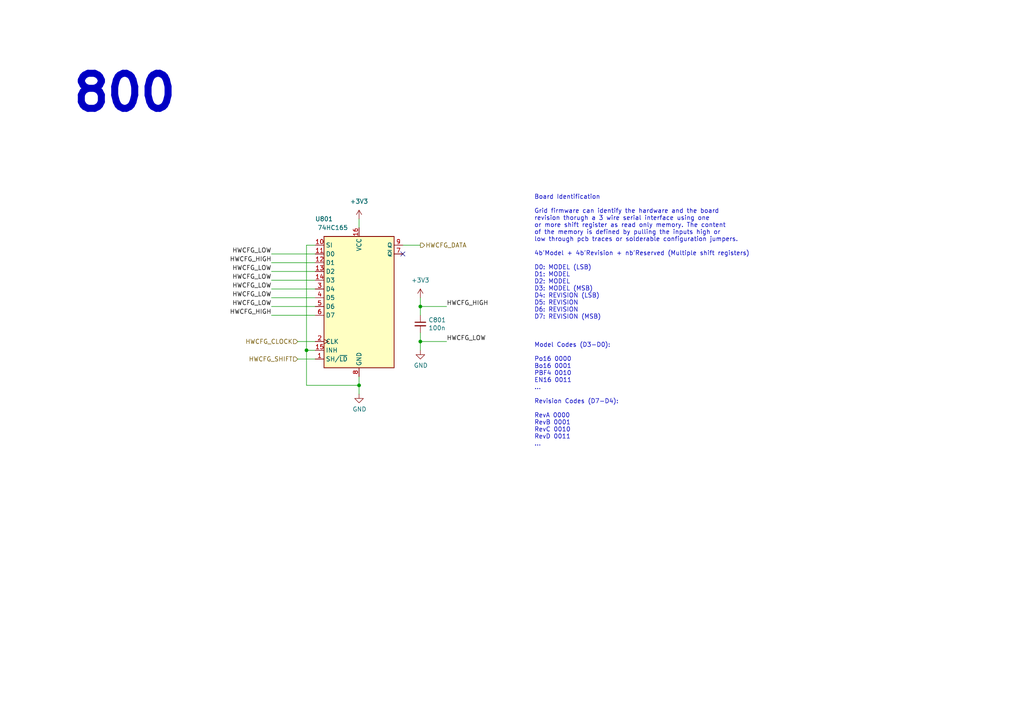
<source format=kicad_sch>
(kicad_sch (version 20231120) (generator "eeschema") (generator_version "8.0")
  (paper "A4")
  (lib_symbols
    (symbol "power:+3V3" (power) (pin_names (offset 0))
      (property "Value" "+3V3" (at 0 3.556 0))
      (symbol "+3V3_0_1"
        (polyline (pts (xy -0.762 1.27) (xy 0 2.54)))
        (polyline (pts (xy 0 0) (xy 0 2.54)))
        (polyline (pts (xy 0 2.54) (xy 0.762 1.27)))
      )
      (symbol "+3V3_1_1"
        (pin power_in line (at 0 0 90) (length 0) hide (name "+3V3") (number "1"))
      )
    )
    (symbol "power:GND" (power) (pin_names (offset 0))
      (property "Value" "GND" (at 0 -3.81 0))
      (symbol "GND_0_1"
        (polyline (pts (xy 0 0) (xy 0 -1.27) (xy 1.27 -1.27) (xy 0 -2.54) (xy -1.27 -1.27) (xy 0 -1.27)))
      )
      (symbol "GND_1_1"
        (pin power_in line (at 0 0 270) (length 0) hide (name "GND") (number "1"))
      )
    )
    (symbol "suku_basics:74HC165"
      (property "Reference" "U" (at -15.24 25.4 0))
      (property "Value" "74HC165" (at -12.7 20.32 0))
      (symbol "74HC165_1_0"
        (pin input line (at -12.7 12.7 0) (length 2.54) (name "D0") (number "11"))
        (pin input line (at -12.7 10.16 0) (length 2.54) (name "D1") (number "12"))
        (pin input line (at -12.7 7.62 0) (length 2.54) (name "D2") (number "13"))
        (pin input line (at -12.7 5.08 0) (length 2.54) (name "D3") (number "14"))
        (pin power_in line (at 0 20.32 270) (length 2.54) (name "VCC") (number "16"))
        (pin input clock (at -12.7 -12.7 0) (length 2.54) (name "CLK") (number "2"))
        (pin input line (at -12.7 2.54 0) (length 2.54) (name "D4") (number "3"))
        (pin input line (at -12.7 0 0) (length 2.54) (name "D5") (number "4"))
        (pin input line (at -12.7 -2.54 0) (length 2.54) (name "D6") (number "5"))
        (pin input line (at -12.7 -5.08 0) (length 2.54) (name "D7") (number "6"))
        (pin power_in line (at 0 -22.86 90) (length 2.54) (name "GND") (number "8"))
        (pin output line (at 12.7 15.24 180) (length 2.54) (name "Q") (number "9"))
      )
      (symbol "74HC165_1_1"
        (rectangle (start -10.16 17.78) (end 10.16 -20.32) (stroke (width 0.254)) (fill (type background)))
        (pin input line (at -12.7 -17.78 0) (length 2.54) (name "SH/~{LD}") (number "1"))
        (pin input line (at -12.7 15.24 0) (length 2.54) (name "SI") (number "10"))
        (pin input line (at -12.7 -15.24 0) (length 2.54) (name "INH") (number "15"))
        (pin output line (at 12.7 12.7 180) (length 2.54) (name "~{Q}") (number "7"))
      )
    )
    (symbol "suku_basics:CAP" (pin_numbers hide) (pin_names (offset 0.254) hide)
      (property "Reference" "C" (at 0.254 1.778 0))
      (property "Value" "CAP" (at 0.254 -2.032 0))
      (symbol "CAP_0_1"
        (polyline (pts (xy -1.524 -0.508) (xy 1.524 -0.508)) (stroke (width 0.3302)))
        (polyline (pts (xy -1.524 0.508) (xy 1.524 0.508)) (stroke (width 0.3048)))
      )
      (symbol "CAP_1_1"
        (pin passive line (at 0 2.54 270) (length 2.032) (name "~") (number "1"))
        (pin passive line (at 0 -2.54 90) (length 2.032) (name "~") (number "2"))
      )
    )
  )
  (junction (at 104.14 111.76))
  (junction (at 88.9 101.6))
  (junction (at 121.92 99.06))
  (junction (at 121.92 88.9))
  (no_connect (at 116.84 73.66))
  (wire (pts (xy 88.9 71.12) (xy 88.9 101.6)))
  (wire (pts (xy 91.44 83.82) (xy 78.74 83.82)))
  (wire (pts (xy 104.14 111.76) (xy 104.14 109.22)))
  (wire (pts (xy 91.44 101.6) (xy 88.9 101.6)))
  (wire (pts (xy 91.44 99.06) (xy 86.36 99.06)))
  (wire (pts (xy 91.44 86.36) (xy 78.74 86.36)))
  (wire (pts (xy 91.44 88.9) (xy 78.74 88.9)))
  (wire (pts (xy 91.44 76.2) (xy 78.74 76.2)))
  (wire (pts (xy 104.14 63.5) (xy 104.14 66.04)))
  (wire (pts (xy 78.74 91.44) (xy 91.44 91.44)))
  (wire (pts (xy 104.14 114.3) (xy 104.14 111.76)))
  (wire (pts (xy 121.92 99.06) (xy 121.92 101.6)))
  (wire (pts (xy 91.44 71.12) (xy 88.9 71.12)))
  (wire (pts (xy 78.74 73.66) (xy 91.44 73.66)))
  (wire (pts (xy 121.92 96.52) (xy 121.92 99.06)))
  (wire (pts (xy 88.9 101.6) (xy 88.9 111.76)))
  (wire (pts (xy 121.92 88.9) (xy 121.92 91.44)))
  (wire (pts (xy 88.9 111.76) (xy 104.14 111.76)))
  (wire (pts (xy 91.44 81.28) (xy 78.74 81.28)))
  (wire (pts (xy 116.84 71.12) (xy 121.92 71.12)))
  (wire (pts (xy 121.92 88.9) (xy 129.54 88.9)))
  (wire (pts (xy 121.92 86.36) (xy 121.92 88.9)))
  (wire (pts (xy 121.92 99.06) (xy 129.54 99.06)))
  (wire (pts (xy 91.44 78.74) (xy 78.74 78.74)))
  (wire (pts (xy 91.44 104.14) (xy 86.36 104.14)))
  (text "Board Identification\n\nGrid firmware can identify the hardware and the board \nrevision thorugh a 3 wire serial interface using one \nor more shift register as read only memory. The content\nof the memory is defined by pulling the inputs high or\nlow through pcb traces or solderable configuration jumpers.\n\n4b'Model + 4b'Revision + nb'Reserved (Multiple shift registers)\n\nD0: MODEL (LSB)\nD1: MODEL\nD2: MODEL\nD3: MODEL (MSB)\nD4: REVISION (LSB)\nD5: REVISION\nD6: REVISION\nD7: REVISION (MSB)\n\n\n\nModel Codes (D3-D0):\n\nPo16 0000\nBo16 0001\nPBF4 0010\nEN16 0011\n...\n\nRevision Codes (D7-D4):\n\nRevA 0000\nRevB 0001\nRevC 0010\nRevD 0011\n...\n" (at 154.94 129.54 0) (effects (font (size 1.27 1.27)) (justify left bottom)))
  (text "800" (at 20.32 33.02 0) (effects (font (size 10.16 10.16) (thickness 2.032) (bold yes)) (justify left bottom)))
  (label "HWCFG_LOW" (at 129.54 99.06 0))
  (label "HWCFG_HIGH" (at 78.74 76.2 180))
  (label "HWCFG_LOW" (at 78.74 83.82 180))
  (label "HWCFG_LOW" (at 78.74 86.36 180))
  (label "HWCFG_LOW" (at 78.74 81.28 180))
  (label "HWCFG_HIGH" (at 129.54 88.9 0))
  (label "HWCFG_LOW" (at 78.74 73.66 180))
  (label "HWCFG_HIGH" (at 78.74 91.44 180))
  (label "HWCFG_LOW" (at 78.74 78.74 180))
  (label "HWCFG_LOW" (at 78.74 88.9 180))
  (hierarchical_label "HWCFG_CLOCK" (shape input) (at 86.36 99.06 180))
  (hierarchical_label "HWCFG_SHIFT" (shape input) (at 86.36 104.14 180))
  (hierarchical_label "HWCFG_DATA" (shape output) (at 121.92 71.12 0))
  (symbol (lib_id "suku_basics:74HC165") (at 104.14 86.36 0) (unit 1)
    (property "Reference" "U801" (at 93.98 63.5 0))
    (property "Value" "74HC165" (at 96.52 66.04 0))
    (property "Footprint" "suku_basics:SOIC-16_74HC165" (effects (hide yes)))
    (property "Datasheet" "http://www.ti.com/lit/ds/symlink/sn74hc595.pdf" (effects (hide yes)))
  )
  (symbol (lib_id "power:GND") (at 104.14 114.3 0) (unit 1)
    (property "Reference" "#PWR0879" (effects (hide yes)))
    (property "Value" "GND" (at 104.267 118.6942 0))
  )
  (symbol (lib_id "suku_basics:CAP") (at 121.92 93.98 0) (unit 1)
    (property "Reference" "C801" (at 124.2568 92.8116 0) (effects (justify left)))
    (property "Value" "100n" (at 124.2568 95.123 0) (effects (justify left)))
    (property "Footprint" "suku_basics:CAP_0402" (effects (hide yes)))
  )
  (symbol (lib_id "power:GND") (at 121.92 101.6 0) (unit 1)
    (property "Reference" "#PWR0881" (effects (hide yes)))
    (property "Value" "GND" (at 122.047 105.9942 0))
  )
  (symbol (lib_id "power:+3V3") (at 104.14 63.5 0) (unit 1)
    (property "Reference" "#PWR0832" (effects (hide yes)))
    (property "Value" "+3V3" (at 104.14 58.42 0))
  )
  (symbol (lib_id "power:+3V3") (at 121.92 86.36 0) (unit 1)
    (property "Reference" "#PWR0880" (effects (hide yes)))
    (property "Value" "+3V3" (at 121.92 81.28 0))
  )
)
</source>
